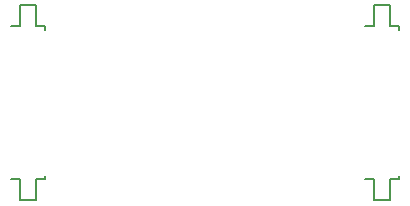
<source format=gbo>
G04 #@! TF.GenerationSoftware,KiCad,Pcbnew,no-vcs-found-d3b382c~59~ubuntu16.04.1*
G04 #@! TF.CreationDate,2017-07-20T01:56:19+01:00*
G04 #@! TF.ProjectId,m3pyro,6D337079726F2E6B696361645F706362,rev?*
G04 #@! TF.SameCoordinates,Original
G04 #@! TF.FileFunction,Legend,Bot*
G04 #@! TF.FilePolarity,Positive*
%FSLAX46Y46*%
G04 Gerber Fmt 4.6, Leading zero omitted, Abs format (unit mm)*
G04 Created by KiCad (PCBNEW no-vcs-found-d3b382c~59~ubuntu16.04.1) date Thu Jul 20 01:56:19 2017*
%MOMM*%
%LPD*%
G01*
G04 APERTURE LIST*
%ADD10C,0.150000*%
%ADD11C,1.200000*%
%ADD12R,2.220000X0.740000*%
G04 APERTURE END LIST*
D10*
X114315000Y-93535000D02*
X113550000Y-93535000D01*
X114315000Y-91755000D02*
X114315000Y-93535000D01*
X115685000Y-91755000D02*
X114315000Y-91755000D01*
X115685000Y-93535000D02*
X115685000Y-91755000D01*
X116450000Y-93535000D02*
X115685000Y-93535000D01*
X116450000Y-93835000D02*
X116450000Y-93535000D01*
X116450000Y-106465000D02*
X116450000Y-106165000D01*
X115685000Y-106465000D02*
X116450000Y-106465000D01*
X115685000Y-108245000D02*
X115685000Y-106465000D01*
X114315000Y-108245000D02*
X115685000Y-108245000D01*
X114315000Y-106465000D02*
X114315000Y-108245000D01*
X113550000Y-106465000D02*
X114315000Y-106465000D01*
X83550000Y-106465000D02*
X84315000Y-106465000D01*
X84315000Y-106465000D02*
X84315000Y-108245000D01*
X84315000Y-108245000D02*
X85685000Y-108245000D01*
X85685000Y-108245000D02*
X85685000Y-106465000D01*
X85685000Y-106465000D02*
X86450000Y-106465000D01*
X86450000Y-106465000D02*
X86450000Y-106165000D01*
X86450000Y-93835000D02*
X86450000Y-93535000D01*
X86450000Y-93535000D02*
X85685000Y-93535000D01*
X85685000Y-93535000D02*
X85685000Y-91755000D01*
X85685000Y-91755000D02*
X84315000Y-91755000D01*
X84315000Y-91755000D02*
X84315000Y-93535000D01*
X84315000Y-93535000D02*
X83550000Y-93535000D01*
%LPC*%
D11*
X115000000Y-92695000D03*
X115000000Y-107305000D03*
D12*
X116365000Y-105715000D03*
X113635000Y-105715000D03*
X116365000Y-104445000D03*
X113635000Y-104445000D03*
X116365000Y-103175000D03*
X113635000Y-103175000D03*
X116365000Y-101905000D03*
X113635000Y-101905000D03*
X116365000Y-100635000D03*
X113635000Y-100635000D03*
X116365000Y-99365000D03*
X113635000Y-99365000D03*
X116365000Y-98095000D03*
X113635000Y-98095000D03*
X116365000Y-96825000D03*
X113635000Y-96825000D03*
X116365000Y-95555000D03*
X113635000Y-95555000D03*
X116365000Y-94285000D03*
X113635000Y-94285000D03*
X83635000Y-94285000D03*
X86365000Y-94285000D03*
X83635000Y-95555000D03*
X86365000Y-95555000D03*
X83635000Y-96825000D03*
X86365000Y-96825000D03*
X83635000Y-98095000D03*
X86365000Y-98095000D03*
X83635000Y-99365000D03*
X86365000Y-99365000D03*
X83635000Y-100635000D03*
X86365000Y-100635000D03*
X83635000Y-101905000D03*
X86365000Y-101905000D03*
X83635000Y-103175000D03*
X86365000Y-103175000D03*
X83635000Y-104445000D03*
X86365000Y-104445000D03*
X83635000Y-105715000D03*
X86365000Y-105715000D03*
D11*
X85000000Y-107305000D03*
X85000000Y-92695000D03*
M02*

</source>
